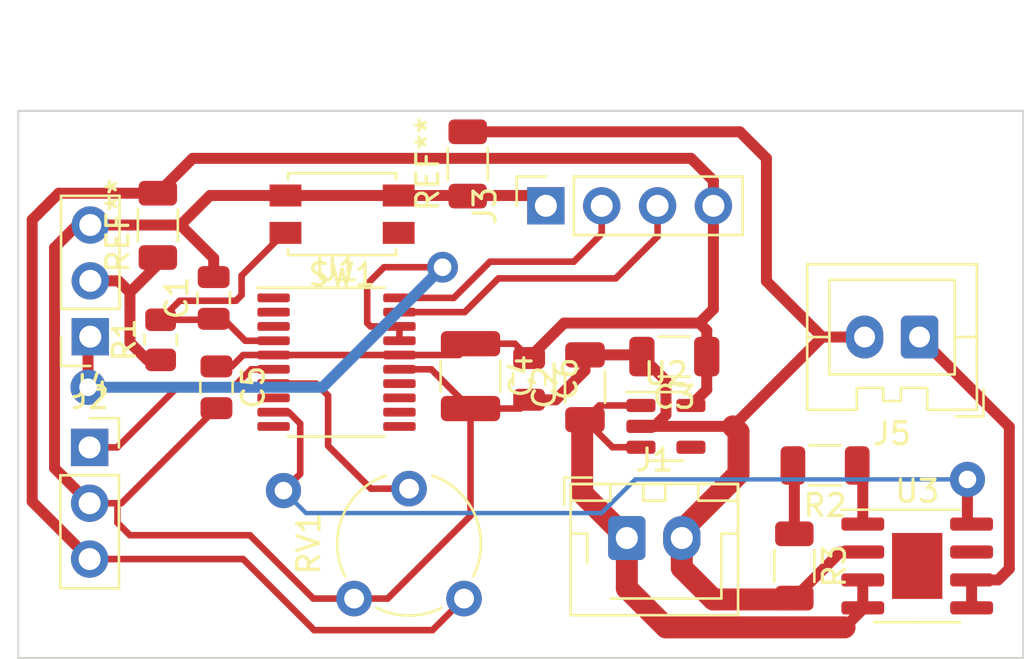
<source format=kicad_pcb>
(kicad_pcb (version 20211014) (generator pcbnew)
  (layers (0 "F.Cu" signal) (31 "B.Cu" signal) (34 "B.Paste" user) (35 "F.Paste" user) (36 "B.SilkS" user "B.Silkscreen") (37 "F.SilkS" user "F.Silkscreen") (38 "B.Mask" user) (39 "F.Mask" user) (44 "Edge.Cuts" user))
  (net 0 "")
  (net 1 "+3V3")
  (net 2 "+4V")
  (net 3 "GND")
  (net 4 "Pir")
  (net 5 "SWCLK")
  (net 6 "SWDIO")
  (net 7 "Opto")
  (net 8 "Led")
  (net 9 "Sens")
  (net 20 "Net-(J5-Pad1)")
  (net 21 "Net-(R2-Pad1)")
  (net 22 "Net-(R2-Pad2)")
  (footprint "Connector_JST:JST_XA_B02B-XASK-1_1x02_P2.50mm_Vertical" (layer "F.Cu") (at 80.752 43.307 180)
    (fp_text reference "J5" (at 1.25 -4.4) (layer "F.SilkS"))
    (fp_text value "Conn_Led")
    (fp_line (start 2.85 -2.31) (end 1.65 -2.31) (layer "F.SilkS") (width 0.12))
    (fp_line (start -0.35 -2.31) (end -0.35 -3.31) (layer "F.SilkS") (width 0.12))
    (fp_line (start -2.61 -3.31) (end -2.61 3.31) (layer "F.SilkS") (width 0.12))
    (fp_line (start -1.6 -1.7) (end -1.6 2.6) (layer "F.SilkS") (width 0.12))
    (fp_line (start 2.85 -3.31) (end 2.85 -2.31) (layer "F.SilkS") (width 0.12))
    (fp_line (start 0.85 -2.91) (end 0.85 -2.31) (layer "F.SilkS") (width 0.12))
    (fp_line (start -1.66 -3.61) (end -2.91 -3.61) (layer "F.SilkS") (width 0.12))
    (fp_line (start -2.91 -3.61) (end -2.91 -2.36) (layer "F.SilkS") (width 0.12))
    (fp_line (start 5.11 3.31) (end 5.11 -3.31) (layer "F.SilkS") (width 0.12))
    (fp_line (start -0.35 -3.31) (end -2.61 -3.31) (layer "F.SilkS") (width 0.12))
    (fp_line (start 5.11 0) (end 4.1 0) (layer "F.SilkS") (width 0.12))
    (fp_line (start 5.11 -3.31) (end 2.85 -3.31) (layer "F.SilkS") (width 0.12))
    (fp_line (start -1.6 2.6) (end 4.1 2.6) (layer "F.SilkS") (width 0.12))
    (fp_line (start -2.61 3.31) (end 5.11 3.31) (layer "F.SilkS") (width 0.12))
    (fp_line (start 0.85 -2.31) (end -0.35 -2.31) (layer "F.SilkS") (width 0.12))
    (fp_line (start 4.1 2.6) (end 4.1 -1.7) (layer "F.SilkS") (width 0.12))
    (fp_line (start 1.65 -2.31) (end 1.65 -2.91) (layer "F.SilkS") (width 0.12))
    (fp_line (start 1.65 -2.91) (end 0.85 -2.91) (layer "F.SilkS") (width 0.12))
    (fp_line (start 4.1 -1.7) (end -1.6 -1.7) (layer "F.SilkS") (width 0.12))
    (fp_line (start -2.61 0) (end -1.6 0) (layer "F.SilkS") (width 0.12))
    (pad "1" thru_hole roundrect (at 0 0 180) (size 1.7 1.95) (drill 0.95) (layers *.Cu *.Mask) (roundrect_rratio 0.1470588235) (net 20 "Net-(J5-Pad1)"))
    (pad "2" thru_hole oval (at 2.5 0 180) (size 1.7 1.95) (drill 0.95) (layers *.Cu *.Mask) (net 3 "GND"))
  )
  (footprint "Capacitor_SMD:C_1210_3225Metric" (layer "F.Cu") (at 60.325 45.085 -90)
    (fp_text reference "C4" (at 0 -2.3 90) (layer "F.SilkS"))
    (fp_text value "10uF")
    (fp_line (start -0.711252 -1.36) (end 0.711252 -1.36) (layer "F.SilkS") (width 0.12))
    (fp_line (start -0.711252 1.36) (end 0.711252 1.36) (layer "F.SilkS") (width 0.12))
    (pad "1" smd roundrect (at -1.475 0 270) (size 1.15 2.7) (layers "F.Cu" "F.Paste" "F.Mask") (roundrect_rratio 0.2173913043) (net 1 "+3V3"))
    (pad "2" smd roundrect (at 1.475 0 270) (size 1.15 2.7) (layers "F.Cu" "F.Paste" "F.Mask") (roundrect_rratio 0.2173913043) (net 3 "GND"))
  )
  (footprint "Resistor_SMD:R_0805_2012Metric" (layer "F.Cu") (at 46.228 43.434 90)
    (fp_text reference "R1" (at 0 -1.65 90) (layer "F.SilkS"))
    (fp_text value "10k")
    (fp_line (start -0.227064 0.735) (end 0.227064 0.735) (layer "F.SilkS") (width 0.12))
    (fp_line (start -0.227064 -0.735) (end 0.227064 -0.735) (layer "F.SilkS") (width 0.12))
    (pad "1" smd roundrect (at -0.9125 0 90) (size 1.025 1.4) (layers "F.Cu" "F.Paste" "F.Mask") (roundrect_rratio 0.243902439) (net 1 "+3V3"))
    (pad "2" smd roundrect (at 0.9125 0 90) (size 1.025 1.4) (layers "F.Cu" "F.Paste" "F.Mask") (roundrect_rratio 0.243902439) (net 3 "GND"))
  )
  (footprint "Package_SO:TSSOP-20_4.4x6.5mm_P0.65mm" (layer "F.Cu") (at 54.229 44.45)
    (fp_text reference "U1" (at 0 -4.2) (layer "F.SilkS"))
    (fp_text value "STM32L031F6Px")
    (fp_line (start 0 -3.385) (end 2.2 -3.385) (layer "F.SilkS") (width 0.12))
    (fp_line (start 0 3.385) (end 2.2 3.385) (layer "F.SilkS") (width 0.12))
    (fp_line (start 0 -3.385) (end -3.6 -3.385) (layer "F.SilkS") (width 0.12))
    (fp_line (start 0 3.385) (end -2.2 3.385) (layer "F.SilkS") (width 0.12))
    (pad "1" smd roundrect (at -2.8625 -2.925) (size 1.475 0.4) (layers "F.Cu" "F.Paste" "F.Mask"))
    (pad "2" smd roundrect (at -2.8625 -2.275) (size 1.475 0.4) (layers "F.Cu" "F.Paste" "F.Mask"))
    (pad "3" smd roundrect (at -2.8625 -1.625) (size 1.475 0.4) (layers "F.Cu" "F.Paste" "F.Mask"))
    (pad "4" smd roundrect (at -2.8625 -0.975) (size 1.475 0.4) (layers "F.Cu" "F.Paste" "F.Mask") (net 3 "GND"))
    (pad "5" smd roundrect (at -2.8625 -0.325) (size 1.475 0.4) (layers "F.Cu" "F.Paste" "F.Mask") (net 1 "+3V3"))
    (pad "6" smd roundrect (at -2.8625 0.325) (size 1.475 0.4) (layers "F.Cu" "F.Paste" "F.Mask") (net 7 "Opto"))
    (pad "7" smd roundrect (at -2.8625 0.975) (size 1.475 0.4) (layers "F.Cu" "F.Paste" "F.Mask") (net 9 "Sens"))
    (pad "8" smd roundrect (at -2.8625 1.625) (size 1.475 0.4) (layers "F.Cu" "F.Paste" "F.Mask"))
    (pad "9" smd roundrect (at -2.8625 2.275) (size 1.475 0.4) (layers "F.Cu" "F.Paste" "F.Mask") (net 8 "Led"))
    (pad "10" smd roundrect (at -2.8625 2.925) (size 1.475 0.4) (layers "F.Cu" "F.Paste" "F.Mask"))
    (pad "11" smd roundrect (at 2.8625 2.925) (size 1.475 0.4) (layers "F.Cu" "F.Paste" "F.Mask"))
    (pad "12" smd roundrect (at 2.8625 2.275) (size 1.475 0.4) (layers "F.Cu" "F.Paste" "F.Mask"))
    (pad "13" smd roundrect (at 2.8625 1.625) (size 1.475 0.4) (layers "F.Cu" "F.Paste" "F.Mask"))
    (pad "14" smd roundrect (at 2.8625 0.975) (size 1.475 0.4) (layers "F.Cu" "F.Paste" "F.Mask"))
    (pad "15" smd roundrect (at 2.8625 0.325) (size 1.475 0.4) (layers "F.Cu" "F.Paste" "F.Mask") (net 3 "GND"))
    (pad "16" smd roundrect (at 2.8625 -0.325) (size 1.475 0.4) (layers "F.Cu" "F.Paste" "F.Mask") (net 1 "+3V3"))
    (pad "17" smd roundrect (at 2.8625 -0.975) (size 1.475 0.4) (layers "F.Cu" "F.Paste" "F.Mask") (net 4 "Pir"))
    (pad "18" smd roundrect (at 2.8625 -1.625) (size 1.475 0.4) (layers "F.Cu" "F.Paste" "F.Mask") (net 4 "Pir"))
    (pad "19" smd roundrect (at 2.8625 -2.275) (size 1.475 0.4) (layers "F.Cu" "F.Paste" "F.Mask") (net 6 "SWDIO"))
    (pad "20" smd roundrect (at 2.8625 -2.925) (size 1.475 0.4) (layers "F.Cu" "F.Paste" "F.Mask") (net 5 "SWCLK"))
  )
  (footprint "Resistor_SMD:R_1206_3216Metric" (layer "F.Cu") (at 60.198 35.433 90)
    (fp_text reference "REF**" (at 0 -1.82 90) (layer "F.SilkS"))
    (fp_text value "R_1206_3216Metric")
    (fp_line (start -0.727064 -0.91) (end 0.727064 -0.91) (layer "F.SilkS") (width 0.12))
    (fp_line (start -0.727064 0.91) (end 0.727064 0.91) (layer "F.SilkS") (width 0.12))
    (pad "1" smd roundrect (at -1.4625 0 90) (size 1.125 1.75) (layers "F.Cu" "F.Paste" "F.Mask") (roundrect_rratio 0.222222) (net 3 "GND"))
    (pad "2" smd roundrect (at 1.4625 0 90) (size 1.125 1.75) (layers "F.Cu" "F.Paste" "F.Mask") (roundrect_rratio 0.222222) (net 3 "GND"))
  )
  (footprint "Package_TO_SOT_SMD:SOT-23-5" (layer "F.Cu") (at 69.215 47.371)
    (fp_text reference "U2" (at 0 -2.4) (layer "F.SilkS"))
    (fp_text value "AP2112K-3.3")
    (fp_line (start 0 -1.56) (end -1.8 -1.56) (layer "F.SilkS") (width 0.12))
    (fp_line (start 0 1.56) (end -0.8 1.56) (layer "F.SilkS") (width 0.12))
    (fp_line (start 0 1.56) (end 0.8 1.56) (layer "F.SilkS") (width 0.12))
    (fp_line (start 0 -1.56) (end 0.8 -1.56) (layer "F.SilkS") (width 0.12))
    (pad "1" smd roundrect (at -1.1375 -0.95) (size 1.325 0.6) (layers "F.Cu" "F.Paste" "F.Mask") (net 2 "+4V"))
    (pad "2" smd roundrect (at -1.1375 0) (size 1.325 0.6) (layers "F.Cu" "F.Paste" "F.Mask") (net 3 "GND"))
    (pad "3" smd roundrect (at -1.1375 0.95) (size 1.325 0.6) (layers "F.Cu" "F.Paste" "F.Mask") (net 2 "+4V"))
    (pad "4" smd roundrect (at 1.1375 0.95) (size 1.325 0.6) (layers "F.Cu" "F.Paste" "F.Mask"))
    (pad "5" smd roundrect (at 1.1375 -0.95) (size 1.325 0.6) (layers "F.Cu" "F.Paste" "F.Mask") (net 1 "+3V3"))
  )
  (footprint "Capacitor_SMD:C_0805_2012Metric" (layer "F.Cu") (at 62.992 45.212 -90)
    (fp_text reference "C6" (at 0 -1.68 90) (layer "F.SilkS"))
    (fp_text value "0.1uF")
    (fp_line (start -0.261252 -0.735) (end 0.261252 -0.735) (layer "F.SilkS") (width 0.12))
    (fp_line (start -0.261252 0.735) (end 0.261252 0.735) (layer "F.SilkS") (width 0.12))
    (pad "1" smd roundrect (at -0.95 0 270) (size 1 1.45) (layers "F.Cu" "F.Paste" "F.Mask") (net 1 "+3V3"))
    (pad "2" smd roundrect (at 0.95 0 270) (size 1 1.45) (layers "F.Cu" "F.Paste" "F.Mask") (net 3 "GND"))
  )
  (footprint "Package_SO:SOIC-8-1EP_3.9x4.9mm_P1.27mm_EP2.29x3mm" (layer "F.Cu") (at 80.645 53.721)
    (fp_text reference "U3" (at 0 -3.4) (layer "F.SilkS"))
    (fp_text value "CN5711")
    (fp_line (start 0 2.56) (end -1.95 2.56) (layer "F.SilkS") (width 0.12))
    (fp_line (start 0 -2.56) (end 1.95 -2.56) (layer "F.SilkS") (width 0.12))
    (fp_line (start 0 2.56) (end 1.95 2.56) (layer "F.SilkS") (width 0.12))
    (fp_line (start 0 -2.56) (end -3.45 -2.56) (layer "F.SilkS") (width 0.12))
    (pad "1" smd roundrect (at -2.475 -1.905) (size 1.95 0.6) (layers "F.Cu" "F.Paste" "F.Mask") (net 21 "Net-(R2-Pad1)"))
    (pad "2" smd roundrect (at -2.475 -0.635) (size 1.95 0.6) (layers "F.Cu" "F.Paste" "F.Mask") (net 3 "GND"))
    (pad "3" smd roundrect (at -2.475 0.635) (size 1.95 0.6) (layers "F.Cu" "F.Paste" "F.Mask") (net 2 "+4V"))
    (pad "4" smd roundrect (at -2.475 1.905) (size 1.95 0.6) (layers "F.Cu" "F.Paste" "F.Mask") (net 2 "+4V"))
    (pad "5" smd roundrect (at 2.475 1.905) (size 1.95 0.6) (layers "F.Cu" "F.Paste" "F.Mask") (net 20 "Net-(J5-Pad1)"))
    (pad "6" smd roundrect (at 2.475 0.635) (size 1.95 0.6) (layers "F.Cu" "F.Paste" "F.Mask") (net 20 "Net-(J5-Pad1)"))
    (pad "7" smd roundrect (at 2.475 -0.635) (size 1.95 0.6) (layers "F.Cu" "F.Paste" "F.Mask"))
    (pad "8" smd roundrect (at 2.475 -1.905) (size 1.95 0.6) (layers "F.Cu" "F.Paste" "F.Mask") (net 8 "Led"))
    (pad "9" smd rect (at 0 0) (size 2.29 3) (layers "F.Cu" "F.Mask"))
  )
  (footprint "Potentiometer_THT:Potentiometer_Piher_PT-6-V_Vertical" (layer "F.Cu") (at 60.031 55.205 90)
    (fp_text reference "RV1" (at 2.5 -7.06 90) (layer "F.SilkS"))
    (fp_text value "5kOm")
    (fp_arc (start 1.016032 -5.413829) (mid 3.725524 -5.531609) (end 5.592 -3.564) (layer "F.SilkS") (width 0.12))
    (fp_arc (start 2.556863 0.770075) (mid 1.764071 0.686696) (end 1.015 0.414) (layer "F.SilkS") (width 0.12))
    (fp_arc (start -0.413387 -1.014798) (mid -0.770114 -2.499325) (end -0.414 -3.984) (layer "F.SilkS") (width 0.12))
    (fp_arc (start 5.591846 -1.435392) (mid 4.398899 0.162158) (end 2.5 0.77) (layer "F.SilkS") (width 0.12))
    (pad "1" thru_hole circle (at 0 0 90) (size 1.62 1.62) (drill 0.9) (layers *.Cu *.Mask) (net 1 "+3V3"))
    (pad "2" thru_hole circle (at 5 -2.5 90) (size 1.62 1.62) (drill 0.9) (layers *.Cu *.Mask) (net 9 "Sens"))
    (pad "3" thru_hole circle (at 0 -5 90) (size 1.62 1.62) (drill 0.9) (layers *.Cu *.Mask) (net 3 "GND"))
  )
  (footprint "Connector_PinSocket_2.54mm:PinSocket_1x04_P2.54mm_Vertical" (layer "F.Cu") (at 63.754 37.338 90)
    (fp_text reference "J3" (at 0 -2.77 90) (layer "F.SilkS"))
    (fp_text value "Conn_Prog")
    (fp_line (start -1.33 1.27) (end 1.33 1.27) (layer "F.SilkS") (width 0.12))
    (fp_line (start 0 -1.33) (end 1.33 -1.33) (layer "F.SilkS") (width 0.12))
    (fp_line (start -1.33 8.95) (end 1.33 8.95) (layer "F.SilkS") (width 0.12))
    (fp_line (start 1.33 1.27) (end 1.33 8.95) (layer "F.SilkS") (width 0.12))
    (fp_line (start 1.33 -1.33) (end 1.33 0) (layer "F.SilkS") (width 0.12))
    (fp_line (start -1.33 1.27) (end -1.33 8.95) (layer "F.SilkS") (width 0.12))
    (pad "1" thru_hole rect (at 0 0 90) (size 1.7 1.7) (drill 1) (layers *.Cu *.Mask) (net 3 "GND"))
    (pad "2" thru_hole oval (at 0 2.54 90) (size 1.7 1.7) (drill 1) (layers *.Cu *.Mask) (net 5 "SWCLK"))
    (pad "3" thru_hole oval (at 0 5.08 90) (size 1.7 1.7) (drill 1) (layers *.Cu *.Mask) (net 6 "SWDIO"))
    (pad "4" thru_hole oval (at 0 7.62 90) (size 1.7 1.7) (drill 1) (layers *.Cu *.Mask) (net 1 "+3V3"))
  )
  (footprint "Resistor_SMD:R_1206_3216Metric" (layer "F.Cu") (at 76.454 49.149 180)
    (fp_text reference "R2" (at 0 -1.82) (layer "F.SilkS"))
    (fp_text value "4.7 kOm")
    (fp_line (start -0.727064 0.91) (end 0.727064 0.91) (layer "F.SilkS") (width 0.12))
    (fp_line (start -0.727064 -0.91) (end 0.727064 -0.91) (layer "F.SilkS") (width 0.12))
    (pad "1" smd roundrect (at -1.4625 0 180) (size 1.125 1.75) (layers "F.Cu" "F.Paste" "F.Mask") (roundrect_rratio 0.2222222222) (net 21 "Net-(R2-Pad1)"))
    (pad "2" smd roundrect (at 1.4625 0 180) (size 1.125 1.75) (layers "F.Cu" "F.Paste" "F.Mask") (roundrect_rratio 0.2222222222) (net 22 "Net-(R2-Pad2)"))
  )
  (footprint "Connector_PinSocket_2.54mm:PinSocket_1x03_P2.54mm_Vertical" (layer "F.Cu") (at 43.028 43.292 180)
    (fp_text reference "J2" (at 0 -2.77) (layer "F.SilkS"))
    (fp_text value "Conn_Pir")
    (fp_line (start 0 -1.33) (end 1.33 -1.33) (layer "F.SilkS") (width 0.12))
    (fp_line (start -1.33 1.27) (end 1.33 1.27) (layer "F.SilkS") (width 0.12))
    (fp_line (start 1.33 1.27) (end 1.33 6.41) (layer "F.SilkS") (width 0.12))
    (fp_line (start -1.33 1.27) (end -1.33 6.41) (layer "F.SilkS") (width 0.12))
    (fp_line (start -1.33 6.41) (end 1.33 6.41) (layer "F.SilkS") (width 0.12))
    (fp_line (start 1.33 -1.33) (end 1.33 0) (layer "F.SilkS") (width 0.12))
    (pad "1" thru_hole rect (at 0 0 180) (size 1.7 1.7) (drill 1) (layers *.Cu *.Mask) (net 4 "Pir"))
    (pad "2" thru_hole oval (at 0 2.54 180) (size 1.7 1.7) (drill 1) (layers *.Cu *.Mask) (net 1 "+3V3"))
    (pad "3" thru_hole oval (at 0 5.08 180) (size 1.7 1.7) (drill 1) (layers *.Cu *.Mask) (net 3 "GND"))
  )
  (footprint "Connector_JST:JST_XH_B2B-XH-AM_1x02_P2.50mm_Vertical" (layer "F.Cu") (at 67.437 52.451)
    (fp_text reference "J1" (at 1.25 -3.55) (layer "F.SilkS"))
    (fp_text value "Conn_Pover")
    (fp_line (start -2.55 -0.2) (end -1.8 -0.2) (layer "F.SilkS") (width 0.12))
    (fp_line (start -2.55 -2.45) (end -2.55 -1.7) (layer "F.SilkS") (width 0.12))
    (fp_line (start -0.75 -1.7) (end -0.75 -2.45) (layer "F.SilkS") (width 0.12))
    (fp_line (start 1.75 -1.7) (end 1.75 -2.45) (layer "F.SilkS") (width 0.12))
    (fp_line (start 5.05 -1.7) (end 5.05 -2.45) (layer "F.SilkS") (width 0.12))
    (fp_line (start -2.85 -2.75) (end -2.85 -1.5) (layer "F.SilkS") (width 0.12))
    (fp_line (start 4.3 -0.2) (end 4.3 2.75) (layer "F.SilkS") (width 0.12))
    (fp_line (start -2.55 -1.7) (end -0.75 -1.7) (layer "F.SilkS") (width 0.12))
    (fp_line (start -0.75 -2.45) (end -2.55 -2.45) (layer "F.SilkS") (width 0.12))
    (fp_line (start 3.25 -2.45) (end 3.25 -1.7) (layer "F.SilkS") (width 0.12))
    (fp_line (start -1.8 -0.2) (end -1.8 1.14) (layer "F.SilkS") (width 0.12))
    (fp_line (start -2.56 3.51) (end 5.06 3.51) (layer "F.SilkS") (width 0.12))
    (fp_line (start 5.05 -0.2) (end 4.3 -0.2) (layer "F.SilkS") (width 0.12))
    (fp_line (start 1.25 2.75) (end -0.74 2.75) (layer "F.SilkS") (width 0.12))
    (fp_line (start 5.06 3.51) (end 5.06 -2.46) (layer "F.SilkS") (width 0.12))
    (fp_line (start 3.25 -1.7) (end 5.05 -1.7) (layer "F.SilkS") (width 0.12))
    (fp_line (start 1.75 -2.45) (end 0.75 -2.45) (layer "F.SilkS") (width 0.12))
    (fp_line (start -2.56 -2.46) (end -2.56 3.51) (layer "F.SilkS") (width 0.12))
    (fp_line (start -1.6 -2.75) (end -2.85 -2.75) (layer "F.SilkS") (width 0.12))
    (fp_line (start 0.75 -2.45) (end 0.75 -1.7) (layer "F.SilkS") (width 0.12))
    (fp_line (start 0.75 -1.7) (end 1.75 -1.7) (layer "F.SilkS") (width 0.12))
    (fp_line (start 5.06 -2.46) (end -2.56 -2.46) (layer "F.SilkS") (width 0.12))
    (fp_line (start 4.3 2.75) (end 1.25 2.75) (layer "F.SilkS") (width 0.12))
    (fp_line (start 5.05 -2.45) (end 3.25 -2.45) (layer "F.SilkS") (width 0.12))
    (pad "" np_thru_hole circle (at -1.6 2) (size 1.2 1.2) (drill 1.2) (layers *.Cu *.Mask))
    (pad "1" thru_hole roundrect (at 0 0) (size 1.7 2) (drill 1) (layers *.Cu *.Mask) (roundrect_rratio 0.1470588235) (net 2 "+4V"))
    (pad "2" thru_hole oval (at 2.5 0) (size 1.7 2) (drill 1) (layers *.Cu *.Mask) (net 3 "GND"))
  )
  (footprint "Capacitor_SMD:C_1206_3216Metric" (layer "F.Cu") (at 65.532 45.593 90)
    (fp_text reference "C2" (at 0 -1.85 90) (layer "F.SilkS"))
    (fp_text value "1uF")
    (fp_line (start -0.711252 -0.91) (end 0.711252 -0.91) (layer "F.SilkS") (width 0.12))
    (fp_line (start -0.711252 0.91) (end 0.711252 0.91) (layer "F.SilkS") (width 0.12))
    (pad "1" smd roundrect (at -1.475 0 90) (size 1.15 1.8) (layers "F.Cu" "F.Paste" "F.Mask") (roundrect_rratio 0.2173913043) (net 2 "+4V"))
    (pad "2" smd roundrect (at 1.475 0 90) (size 1.15 1.8) (layers "F.Cu" "F.Paste" "F.Mask") (roundrect_rratio 0.2173913043) (net 3 "GND"))
  )
  (footprint "Capacitor_SMD:C_0805_2012Metric" (layer "F.Cu") (at 48.641 41.529 90)
    (fp_text reference "C1" (at 0 -1.68 90) (layer "F.SilkS"))
    (fp_text value "0.1 uF")
    (fp_line (start -0.261252 0.735) (end 0.261252 0.735) (layer "F.SilkS") (width 0.12))
    (fp_line (start -0.261252 -0.735) (end 0.261252 -0.735) (layer "F.SilkS") (width 0.12))
    (pad "1" smd roundrect (at -0.95 0 90) (size 1 1.45) (layers "F.Cu" "F.Paste" "F.Mask") (net 3 "GND"))
    (pad "2" smd roundrect (at 0.95 0 90) (size 1 1.45) (layers "F.Cu" "F.Paste" "F.Mask") (net 3 "GND"))
  )
  (footprint "Capacitor_SMD:C_1206_3216Metric" (layer "F.Cu") (at 69.596 44.196 180)
    (fp_text reference "C3" (at 0 -1.85) (layer "F.SilkS"))
    (fp_text value "1uF")
    (fp_line (start -0.711252 -0.91) (end 0.711252 -0.91) (layer "F.SilkS") (width 0.12))
    (fp_line (start -0.711252 0.91) (end 0.711252 0.91) (layer "F.SilkS") (width 0.12))
    (pad "1" smd roundrect (at -1.475 0 180) (size 1.15 1.8) (layers "F.Cu" "F.Paste" "F.Mask") (roundrect_rratio 0.2173913043) (net 1 "+3V3"))
    (pad "2" smd roundrect (at 1.475 0 180) (size 1.15 1.8) (layers "F.Cu" "F.Paste" "F.Mask") (roundrect_rratio 0.2173913043) (net 3 "GND"))
  )
  (footprint "Capacitor_SMD:C_0805_2012Metric" (layer "F.Cu") (at 48.768 45.593 -90)
    (fp_text reference "C5" (at 0 -1.68 90) (layer "F.SilkS"))
    (fp_text value "0.1uF")
    (fp_line (start -0.261252 0.735) (end 0.261252 0.735) (layer "F.SilkS") (width 0.12))
    (fp_line (start -0.261252 -0.735) (end 0.261252 -0.735) (layer "F.SilkS") (width 0.12))
    (pad "1" smd roundrect (at -0.95 0 270) (size 1 1.45) (layers "F.Cu" "F.Paste" "F.Mask") (net 1 "+3V3"))
    (pad "2" smd roundrect (at 0.95 0 270) (size 1 1.45) (layers "F.Cu" "F.Paste" "F.Mask") (net 3 "GND"))
  )
  (footprint "Connector_PinSocket_2.54mm:PinSocket_1x03_P2.54mm_Vertical" (layer "F.Cu") (at 42.998 48.328)
    (fp_text reference "J4" (at 0 -2.77) (layer "F.SilkS"))
    (fp_text value "Conn_Opto")
    (fp_line (start -1.33 6.41) (end 1.33 6.41) (layer "F.SilkS") (width 0.12))
    (fp_line (start -1.33 1.27) (end -1.33 6.41) (layer "F.SilkS") (width 0.12))
    (fp_line (start 1.33 -1.33) (end 1.33 0) (layer "F.SilkS") (width 0.12))
    (fp_line (start -1.33 1.27) (end 1.33 1.27) (layer "F.SilkS") (width 0.12))
    (fp_line (start 1.33 1.27) (end 1.33 6.41) (layer "F.SilkS") (width 0.12))
    (fp_line (start 0 -1.33) (end 1.33 -1.33) (layer "F.SilkS") (width 0.12))
    (pad "1" thru_hole rect (at 0 0) (size 1.7 1.7) (drill 1) (layers *.Cu *.Mask) (net 7 "Opto"))
    (pad "2" thru_hole oval (at 0 2.54) (size 1.7 1.7) (drill 1) (layers *.Cu *.Mask) (net 3 "GND"))
    (pad "3" thru_hole oval (at 0 5.08) (size 1.7 1.7) (drill 1) (layers *.Cu *.Mask) (net 1 "+3V3"))
  )
  (footprint "Button_Switch_SMD:SW_SPST_EVQP2" (layer "F.Cu") (at 54.483 37.719 180)
    (fp_text reference "SW1" (at 0 -2.75) (layer "F.SilkS"))
    (fp_text value "SW_Push")
    (fp_line (start 2.46 1.61) (end 2.46 1.86) (layer "F.SilkS") (width 0.12))
    (fp_line (start -2.46 1.61) (end -2.46 1.86) (layer "F.SilkS") (width 0.12))
    (fp_line (start 2.46 -1.86) (end -2.46 -1.86) (layer "F.SilkS") (width 0.12))
    (fp_line (start 2.46 -1.86) (end 2.46 -1.61) (layer "F.SilkS") (width 0.12))
    (fp_line (start -2.46 -1.86) (end -2.46 -1.61) (layer "F.SilkS") (width 0.12))
    (fp_line (start -2.46 1.86) (end 2.46 1.86) (layer "F.SilkS") (width 0.12))
    (pad "1" smd rect (at -2.575 -0.85 180) (size 1.45 1) (layers "F.Cu" "F.Paste" "F.Mask") (net 3 "GND"))
    (pad "1" smd rect (at 2.575 -0.85 180) (size 1.45 1) (layers "F.Cu" "F.Paste" "F.Mask") (net 3 "GND"))
    (pad "2" smd rect (at -2.575 0.85 180) (size 1.45 1) (layers "F.Cu" "F.Paste" "F.Mask") (net 3 "GND"))
    (pad "2" smd rect (at 2.575 0.85 180) (size 1.45 1) (layers "F.Cu" "F.Paste" "F.Mask") (net 3 "GND"))
  )
  (footprint "Resistor_SMD:R_1206_3216Metric" (layer "F.Cu") (at 46.101 38.227 90)
    (fp_text reference "REF**" (at 0 -1.82 90) (layer "F.SilkS"))
    (fp_text value "R_1206_3216Metric")
    (fp_line (start -0.727064 0.91) (end 0.727064 0.91) (layer "F.SilkS") (width 0.12))
    (fp_line (start -0.727064 -0.91) (end 0.727064 -0.91) (layer "F.SilkS") (width 0.12))
    (pad "1" smd roundrect (at -1.4625 0 90) (size 1.125 1.75) (layers "F.Cu" "F.Paste" "F.Mask") (roundrect_rratio 0.2222222222) (net 1 "+3V3"))
    (pad "2" smd roundrect (at 1.4625 0 90) (size 1.125 1.75) (layers "F.Cu" "F.Paste" "F.Mask") (roundrect_rratio 0.2222222222) (net 1 "+3V3"))
  )
  (footprint "Resistor_SMD:R_1206_3216Metric" (layer "F.Cu") (at 75.057 53.721 -90)
    (fp_text reference "R3" (at 0 -1.82 90) (layer "F.SilkS"))
    (fp_text value "2.2 kOm")
    (fp_line (start -0.727064 0.91) (end 0.727064 0.91) (layer "F.SilkS") (width 0.12))
    (fp_line (start -0.727064 -0.91) (end 0.727064 -0.91) (layer "F.SilkS") (width 0.12))
    (pad "1" smd roundrect (at -1.4625 0 270) (size 1.125 1.75) (layers "F.Cu" "F.Paste" "F.Mask") (roundrect_rratio 0.2222222222) (net 22 "Net-(R2-Pad2)"))
    (pad "2" smd roundrect (at 1.4625 0 270) (size 1.125 1.75) (layers "F.Cu" "F.Paste" "F.Mask") (roundrect_rratio 0.2222222222) (net 3 "GND"))
  )
  (gr_rect (start 39.751 33.02) (end 85.471 57.912) (layer "Edge.Cuts") (width 0.1) (fill none))
  (segment (start 45.6165 44.3465) (end 44.831 43.561) (width 0.5) (layer "F.Cu") (net 1))
  (segment (start 49.979 53.408) (end 53.213 56.642) (width 0.3) (layer "F.Cu") (net 1))
  (segment (start 62.34 43.61) (end 62.992 44.262) (width 0.3) (layer "F.Cu") (net 1))
  (segment (start 46.101 40.005) (end 44.831 41.275) (width 0.5) (layer "F.Cu") (net 1))
  (segment (start 40.386 37.973) (end 40.386 50.796) (width 0.5) (layer "F.Cu") (net 1))
  (segment (start 48.4715 44.3465) (end 48.768 44.643) (width 0.2) (layer "F.Cu") (net 1))
  (segment (start 47.6865 35.179) (end 46.101 36.7645) (width 0.5) (layer "F.Cu") (net 1))
  (segment (start 49.982 44.125) (end 51.3665 44.125) (width 0.3) (layer "F.Cu") (net 1))
  (segment (start 70.739 42.672) (end 64.582 42.672) (width 0.5) (layer "F.Cu") (net 1))
  (segment (start 44.831 43.561) (end 44.831 41.275) (width 0.5) (layer "F.Cu") (net 1))
  (segment (start 70.739 42.672) (end 71.374 42.037) (width 0.5) (layer "F.Cu") (net 1))
  (segment (start 71.374 37.338) (end 71.374 36.195) (width 0.5) (layer "F.Cu") (net 1))
  (segment (start 48.768 44.643) (end 49.464 44.643) (width 0.2) (layer "F.Cu") (net 1))
  (segment (start 71.071 44.196) (end 71.071 45.7025) (width 0.5) (layer "F.Cu") (net 1))
  (segment (start 70.358 35.179) (end 47.6865 35.179) (width 0.5) (layer "F.Cu") (net 1))
  (segment (start 60.325 43.61) (end 62.34 43.61) (width 0.3) (layer "F.Cu") (net 1))
  (segment (start 41.5945 36.7645) (end 40.386 37.973) (width 0.5) (layer "F.Cu") (net 1))
  (segment (start 44.308 40.752) (end 43.028 40.752) (width 0.5) (layer "F.Cu") (net 1))
  (segment (start 46.101 36.7645) (end 41.5945 36.7645) (width 0.5) (layer "F.Cu") (net 1))
  (segment (start 57.0915 44.125) (end 59.81 44.125) (width 0.3) (layer "F.Cu") (net 1))
  (segment (start 53.213 56.642) (end 58.594 56.642) (width 0.3) (layer "F.Cu") (net 1))
  (segment (start 49.464 44.643) (end 49.982 44.125) (width 0.3) (layer "F.Cu") (net 1))
  (segment (start 71.374 42.037) (end 71.374 37.338) (width 0.5) (layer "F.Cu") (net 1))
  (segment (start 42.998 53.408) (end 49.979 53.408) (width 0.3) (layer "F.Cu") (net 1))
  (segment (start 40.386 50.796) (end 42.998 53.408) (width 0.5) (layer "F.Cu") (net 1))
  (segment (start 71.374 36.195) (end 70.358 35.179) (width 0.5) (layer "F.Cu") (net 1))
  (segment (start 71.071 43.004) (end 70.739 42.672) (width 0.5) (layer "F.Cu") (net 1))
  (segment (start 46.101 39.6895) (end 46.101 40.005) (width 0.2) (layer "F.Cu") (net 1))
  (segment (start 59.81 44.125) (end 60.325 43.61) (width 0.2) (layer "F.Cu") (net 1))
  (segment (start 71.071 44.196) (end 71.071 43.004) (width 0.5) (layer "F.Cu") (net 1))
  (segment (start 58.594 56.642) (end 60.031 55.205) (width 0.3) (layer "F.Cu") (net 1))
  (segment (start 71.071 45.7025) (end 70.3525 46.421) (width 0.5) (layer "F.Cu") (net 1))
  (segment (start 57.0915 44.125) (end 51.3665 44.125) (width 0.3) (layer "F.Cu") (net 1))
  (segment (start 46.228 44.3465) (end 45.6165 44.3465) (width 0.2) (layer "F.Cu") (net 1))
  (segment (start 64.582 42.672) (end 62.992 44.262) (width 0.5) (layer "F.Cu") (net 1))
  (segment (start 44.831 41.275) (end 44.308 40.752) (width 0.5) (layer "F.Cu") (net 1))
  (segment (start 67.437 52.451) (end 67.437 54.737) (width 1) (layer "F.Cu") (net 2))
  (segment (start 78.17 55.626) (end 78.17 55.688) (width 0.5) (layer "F.Cu") (net 2))
  (segment (start 69.215 56.515) (end 77.343 56.515) (width 1) (layer "F.Cu") (net 2))
  (segment (start 66.179 46.421) (end 68.0775 46.421) (width 0.3) (layer "F.Cu") (net 2))
  (segment (start 78.17 55.688) (end 77.343 56.515) (width 0.5) (layer "F.Cu") (net 2))
  (segment (start 67.437 54.737) (end 69.215 56.515) (width 1) (layer "F.Cu") (net 2))
  (segment (start 65.405 50.419) (end 65.405 47.195) (width 1) (layer "F.Cu") (net 2))
  (segment (start 66.785 48.321) (end 68.0775 48.321) (width 0.3) (layer "F.Cu") (net 2))
  (segment (start 78.17 55.626) (end 78.17 54.356) (width 0.5) (layer "F.Cu") (net 2))
  (segment (start 65.532 47.068) (end 66.179 46.421) (width 0.3) (layer "F.Cu") (net 2))
  (segment (start 67.437 52.451) (end 65.405 50.419) (width 1) (layer "F.Cu") (net 2))
  (segment (start 65.532 47.068) (end 66.785 48.321) (width 0.3) (layer "F.Cu") (net 2))
  (segment (start 65.405 47.195) (end 65.532 47.068) (width 1) (layer "F.Cu") (net 2))
  (segment (start 41.402 39.243) (end 41.402 49.272) (width 0.5) (layer "F.Cu") (net 3))
  (segment (start 72.517 49.53) (end 72.517 47.625) (width 1) (layer "F.Cu") (net 3))
  (segment (start 68.0775 47.371) (end 68.688528 47.371) (width 0.5) (layer "F.Cu") (net 3))
  (segment (start 72.5785 33.9705) (end 60.198 33.9705) (width 0.5) (layer "F.Cu") (net 3))
  (segment (start 68.0775 47.371) (end 72.263 47.371) (width 0.5) (layer "F.Cu") (net 3))
  (segment (start 68.688528 47.371) (end 69.215 46.844528) (width 0.5) (layer "F.Cu") (net 3))
  (segment (start 44.443 50.868) (end 48.768 46.543) (width 0.3) (layer "F.Cu") (net 3))
  (segment (start 69.937 52.451) (end 69.937 53.808) (width 1) (layer "F.Cu") (net 3))
  (segment (start 56.555 55.205) (end 60.325 51.435) (width 0.3) (layer "F.Cu") (net 3))
  (segment (start 72.517 47.625) (end 72.263 47.371) (width 1) (layer "F.Cu") (net 3))
  (segment (start 65.532 44.831) (end 64.201 46.162) (width 0.5) (layer "F.Cu") (net 3))
  (segment (start 49.911 41.402) (end 49.657 41.656) (width 0.3) (layer "F.Cu") (net 3))
  (segment (start 76.327 43.307) (end 78.252 43.307) (width 0.5) (layer "F.Cu") (net 3))
  (segment (start 74.9955 55.245) (end 75.057 55.1835) (width 1) (layer "F.Cu") (net 3))
  (segment (start 53.173 55.205) (end 50.292 52.324) (width 0.3) (layer "F.Cu") (net 3))
  (segment (start 69.937 53.808) (end 71.374 55.245) (width 1) (layer "F.Cu") (net 3))
  (segment (start 46.228 42.5215) (end 48.5985 42.5215) (width 0.3) (layer "F.Cu") (net 3))
  (segment (start 72.263 47.371) (end 76.327 43.307) (width 0.5) (layer "F.Cu") (net 3))
  (segment (start 48.641 42.479) (end 49.083 42.479) (width 0.25) (layer "F.Cu") (net 3))
  (segment (start 49.657 41.656) (end 47.0935 41.656) (width 0.3) (layer "F.Cu") (net 3))
  (segment (start 48.641 39.721) (end 47.132 38.212) (width 0.5) (layer "F.Cu") (net 3))
  (segment (start 48.5985 42.5215) (end 48.641 42.479) (width 0.25) (layer "F.Cu") (net 3))
  (segment (start 73.787 35.179) (end 72.5785 33.9705) (width 0.5) (layer "F.Cu") (net 3))
  (segment (start 47.0935 41.656) (end 46.228 42.5215) (width 0.3) (layer "F.Cu") (net 3))
  (segment (start 41.402 49.272) (end 42.998 50.868) (width 0.5) (layer "F.Cu") (net 3))
  (segment (start 69.937 52.11) (end 72.517 49.53) (width 1) (layer "F.Cu") (net 3))
  (segment (start 69.215 45.29) (end 68.121 44.196) (width 0.5) (layer "F.Cu") (net 3))
  (segment (start 51.908 36.869) (end 57.058 36.869) (width 0.5) (layer "F.Cu") (net 3))
  (segment (start 43.028 38.212) (end 42.433 38.212) (width 0.5) (layer "F.Cu") (net 3))
  (segment (start 71.374 55.245) (end 74.9955 55.245) (width 1) (layer "F.Cu") (net 3))
  (segment (start 76.327 43.307) (end 73.787 40.767) (width 0.5) (layer "F.Cu") (net 3))
  (segment (start 57.0915 44.775) (end 58.54 44.775) (width 0.3) (layer "F.Cu") (net 3))
  (segment (start 43.028 38.212) (end 47.132 38.212) (width 0.5) (layer "F.Cu") (net 3))
  (segment (start 62.594 46.56) (end 62.992 46.162) (width 0.2) (layer "F.Cu") (net 3))
  (segment (start 68.043 44.118) (end 68.121 44.196) (width 0.5) (layer "F.Cu") (net 3))
  (segment (start 65.532 44.118) (end 65.532 44.831) (width 0.5) (layer "F.Cu") (net 3))
  (segment (start 64.201 46.162) (end 62.992 46.162) (width 0.5) (layer "F.Cu") (net 3))
  (segment (start 48.641 40.579) (end 48.641 39.721) (width 0.5) (layer "F.Cu") (net 3))
  (segment (start 55.031 55.205) (end 53.173 55.205) (width 0.3) (layer "F.Cu") (net 3))
  (segment (start 44.831 52.324) (end 44.264 51.757) (width 0.3) (layer "F.Cu") (net 3))
  (segment (start 49.911 40.513) (end 49.911 41.402) (width 0.3) (layer "F.Cu") (net 3))
  (segment (start 42.998 50.868) (end 44.264 50.868) (width 0.3) (layer "F.Cu") (net 3))
  (segment (start 50.079 43.475) (end 51.3665 43.475) (width 0.3) (layer "F.Cu") (net 3))
  (segment (start 50.292 52.324) (end 44.831 52.324) (width 0.3) (layer "F.Cu") (net 3))
  (segment (start 57.058 36.869) (end 63.285 36.869) (width 0.5) (layer "F.Cu") (net 3))
  (segment (start 65.532 44.118) (end 68.043 44.118) (width 0.5) (layer "F.Cu") (net 3))
  (segment (start 58.54 44.775) (end 60.325 46.56) (width 0.3) (layer "F.Cu") (net 3))
  (segment (start 69.215 46.844528) (end 69.215 45.29) (width 0.5) (layer "F.Cu") (net 3))
  (segment (start 63.285 36.869) (end 63.754 37.338) (width 0.5) (layer "F.Cu") (net 3))
  (segment (start 69.937 52.451) (end 69.937 52.11) (width 1) (layer "F.Cu") (net 3))
  (segment (start 44.264 51.757) (end 44.264 50.868) (width 0.3) (layer "F.Cu") (net 3))
  (segment (start 60.325 46.56) (end 62.594 46.56) (width 0.3) (layer "F.Cu") (net 3))
  (segment (start 77.1545 53.086) (end 75.057 55.1835) (width 0.5) (layer "F.Cu") (net 3))
  (segment (start 55.031 55.205) (end 56.555 55.205) (width 0.3) (layer "F.Cu") (net 3))
  (segment (start 73.787 40.767) (end 73.787 35.179) (width 0.5) (layer "F.Cu") (net 3))
  (segment (start 51.908 38.569) (end 51.855 38.569) (width 0.2) (layer "F.Cu") (net 3))
  (segment (start 49.083 42.479) (end 50.079 43.475) (width 0.3) (layer "F.Cu") (net 3))
  (segment (start 78.17 53.086) (end 77.1545 53.086) (width 0.5) (layer "F.Cu") (net 3))
  (segment (start 51.855 38.569) (end 49.911 40.513) (width 0.3) (layer "F.Cu") (net 3))
  (segment (start 60.325 51.435) (end 60.325 46.56) (width 0.3) (layer "F.Cu") (net 3))
  (segment (start 47.132 38.212) (end 48.475 36.869) (width 0.5) (layer "F.Cu") (net 3))
  (segment (start 48.475 36.869) (end 51.908 36.869) (width 0.5) (layer "F.Cu") (net 3))
  (segment (start 42.433 38.212) (end 41.402 39.243) (width 0.5) (layer "F.Cu") (net 3))
  (segment (start 44.264 50.868) (end 44.443 50.868) (width 0.3) (layer "F.Cu") (net 3))
  (segment (start 55.626 42.672) (end 55.779 42.825) (width 0.3) (layer "F.Cu") (net 4))
  (segment (start 55.779 42.825) (end 57.0915 42.825) (width 0.3) (layer "F.Cu") (net 4))
  (segment (start 42.926 45.593) (end 42.926 43.394) (width 0.5) (layer "F.Cu") (net 4))
  (segment (start 59.055 40.132) (end 56.388 40.132) (width 0.3) (layer "F.Cu") (net 4))
  (segment (start 56.388 40.132) (end 55.626 40.894) (width 0.3) (layer "F.Cu") (net 4))
  (segment (start 55.626 40.894) (end 55.626 42.672) (width 0.3) (layer "F.Cu") (net 4))
  (segment (start 57.0915 42.825) (end 57.0915 43.475) (width 0.3) (layer "F.Cu") (net 4))
  (segment (start 42.926 43.394) (end 43.028 43.292) (width 0.5) (layer "F.Cu") (net 4))
  (via (at 59.055 40.132) (size 1.4) (drill 0.8) (layers "F.Cu" "B.Cu") (net 4))
  (via (at 42.926 45.593) (size 1.6) (drill 0.8) (layers "F.Cu" "B.Cu") (net 4))
  (segment (start 42.926 45.593) (end 53.594 45.593) (width 0.5) (layer "B.Cu") (net 4))
  (segment (start 53.594 45.593) (end 59.055 40.132) (width 0.5) (layer "B.Cu") (net 4))
  (segment (start 57.0915 41.525) (end 59.567 41.525) (width 0.3) (layer "F.Cu") (net 5))
  (segment (start 61.214 39.878) (end 65.024 39.878) (width 0.3) (layer "F.Cu") (net 5))
  (segment (start 59.567 41.525) (end 61.214 39.878) (width 0.3) (layer "F.Cu") (net 5))
  (segment (start 66.294 38.608) (end 66.294 37.338) (width 0.3) (layer "F.Cu") (net 5))
  (segment (start 65.024 39.878) (end 66.294 38.608) (width 0.3) (layer "F.Cu") (net 5))
  (segment (start 61.595 40.64) (end 66.929 40.64) (width 0.3) (layer "F.Cu") (net 6))
  (segment (start 66.929 40.64) (end 68.834 38.735) (width 0.3) (layer "F.Cu") (net 6))
  (segment (start 68.834 38.735) (end 68.834 37.338) (width 0.3) (layer "F.Cu") (net 6))
  (segment (start 57.0915 42.175) (end 60.06 42.175) (width 0.3) (layer "F.Cu") (net 6))
  (segment (start 60.06 42.175) (end 61.595 40.64) (width 0.3) (layer "F.Cu") (net 6))
  (segment (start 42.998 48.328) (end 44.255 48.328) (width 0.3) (layer "F.Cu") (net 7))
  (segment (start 44.255 48.328) (end 46.99 45.593) (width 0.3) (layer "F.Cu") (net 7))
  (segment (start 46.99 45.593) (end 49.53 45.593) (width 0.3) (layer "F.Cu") (net 7))
  (segment (start 50.348 44.775) (end 51.3665 44.775) (width 0.3) (layer "F.Cu") (net 7))
  (segment (start 49.53 45.593) (end 50.348 44.775) (width 0.3) (layer "F.Cu") (net 7))
  (segment (start 51.3665 46.725) (end 52.059 46.725) (width 0.2) (layer "F.Cu") (net 8))
  (segment (start 82.931 49.784) (end 82.931 51.627) (width 0.5) (layer "F.Cu") (net 8))
  (segment (start 52.578 49.53) (end 51.816 50.292) (width 0.3) (layer "F.Cu") (net 8))
  (segment (start 82.931 51.627) (end 83.12 51.816) (width 0.5) (layer "F.Cu") (net 8))
  (segment (start 52.578 47.244) (end 52.578 49.53) (width 0.3) (layer "F.Cu") (net 8))
  (segment (start 52.059 46.725) (end 52.578 47.244) (width 0.3) (layer "F.Cu") (net 8))
  (via (at 82.931 49.784) (size 1.6) (drill 0.8) (layers "F.Cu" "B.Cu") (net 8))
  (via (at 51.816 50.292) (size 1.6) (drill 0.8) (layers "F.Cu" "B.Cu") (net 8))
  (segment (start 51.816 50.292) (end 52.839 51.315) (width 0.2) (layer "B.Cu") (net 8))
  (segment (start 66.287 51.315) (end 67.818 49.784) (width 0.2) (layer "B.Cu") (net 8))
  (segment (start 52.839 51.315) (end 66.287 51.315) (width 0.2) (layer "B.Cu") (net 8))
  (segment (start 67.818 49.784) (end 82.931 49.784) (width 0.2) (layer "B.Cu") (net 8))
  (segment (start 55.793 50.205) (end 53.848 48.26) (width 0.3) (layer "F.Cu") (net 9))
  (segment (start 53.299 45.425) (end 51.3665 45.425) (width 0.3) (layer "F.Cu") (net 9))
  (segment (start 53.848 45.974) (end 53.299 45.425) (width 0.3) (layer "F.Cu") (net 9))
  (segment (start 57.531 50.205) (end 55.793 50.205) (width 0.3) (layer "F.Cu") (net 9))
  (segment (start 53.848 48.26) (end 53.848 45.974) (width 0.3) (layer "F.Cu") (net 9))
  (segment (start 84.836 53.848) (end 84.836 47.391) (width 0.5) (layer "F.Cu") (net 20))
  (segment (start 84.328 54.356) (end 84.836 53.848) (width 0.5) (layer "F.Cu") (net 20))
  (segment (start 83.12 54.356) (end 84.328 54.356) (width 0.5) (layer "F.Cu") (net 20))
  (segment (start 84.836 47.391) (end 80.752 43.307) (width 0.5) (layer "F.Cu") (net 20))
  (segment (start 83.12 55.626) (end 83.12 54.356) (width 0.5) (layer "F.Cu") (net 20))
  (segment (start 78.17 51.816) (end 78.17 49.4025) (width 0.5) (layer "F.Cu") (net 21))
  (segment (start 78.17 49.4025) (end 77.9165 49.149) (width 0.5) (layer "F.Cu") (net 21))
  (segment (start 75.057 49.2145) (end 74.9915 49.149) (width 0.5) (layer "F.Cu") (net 22))
  (segment (start 75.057 52.2585) (end 75.057 49.2145) (width 0.5) (layer "F.Cu") (net 22))
)
</source>
